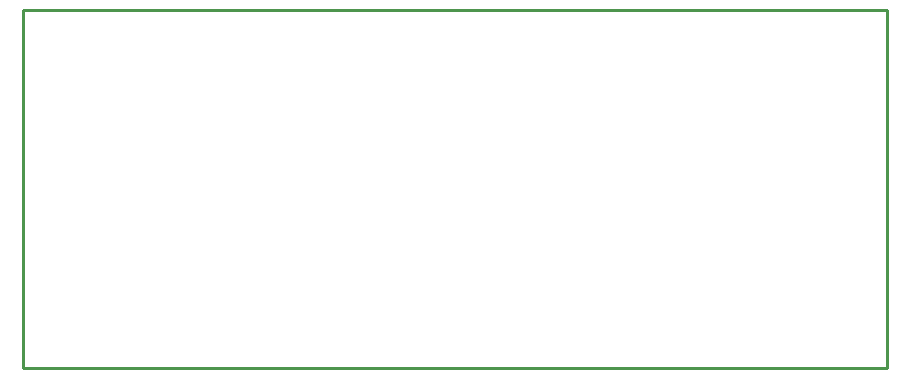
<source format=gko>
G04 Layer: BoardOutlineLayer*
G04 EasyEDA Pro v2.0.34.720dcead.1ebef4, 2023-10-23 10:25:04*
G04 Gerber Generator version 0.3*
G04 Scale: 100 percent, Rotated: No, Reflected: No*
G04 Dimensions in millimeters*
G04 Leading zeros omitted, absolute positions, 3 integers and 3 decimals*
%FSLAX33Y33*%
%MOMM*%
%ADD10C,0.254*%
G75*


G04 PolygonModel Start*
G54D10*
G01X152Y133D02*
G01X152Y30461D01*
G01X73273D01*
G01Y133D01*
G01X152D01*
G04 PolygonModel End*

M02*

</source>
